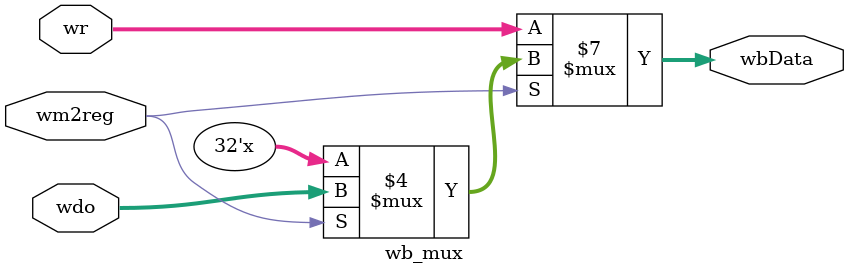
<source format=v>
`timescale 1ns / 1ps


module wb_mux(input wire [31:0] wr, input wire [31:0] wdo, input wire wm2reg, output reg [31:0] wbData);
    always @(*) begin
        if (wm2reg == 1'b0) begin
            wbData <= wr;
        end
        else if (wm2reg == 1'b1) begin
            wbData <= wdo;
        end
    end
endmodule

</source>
